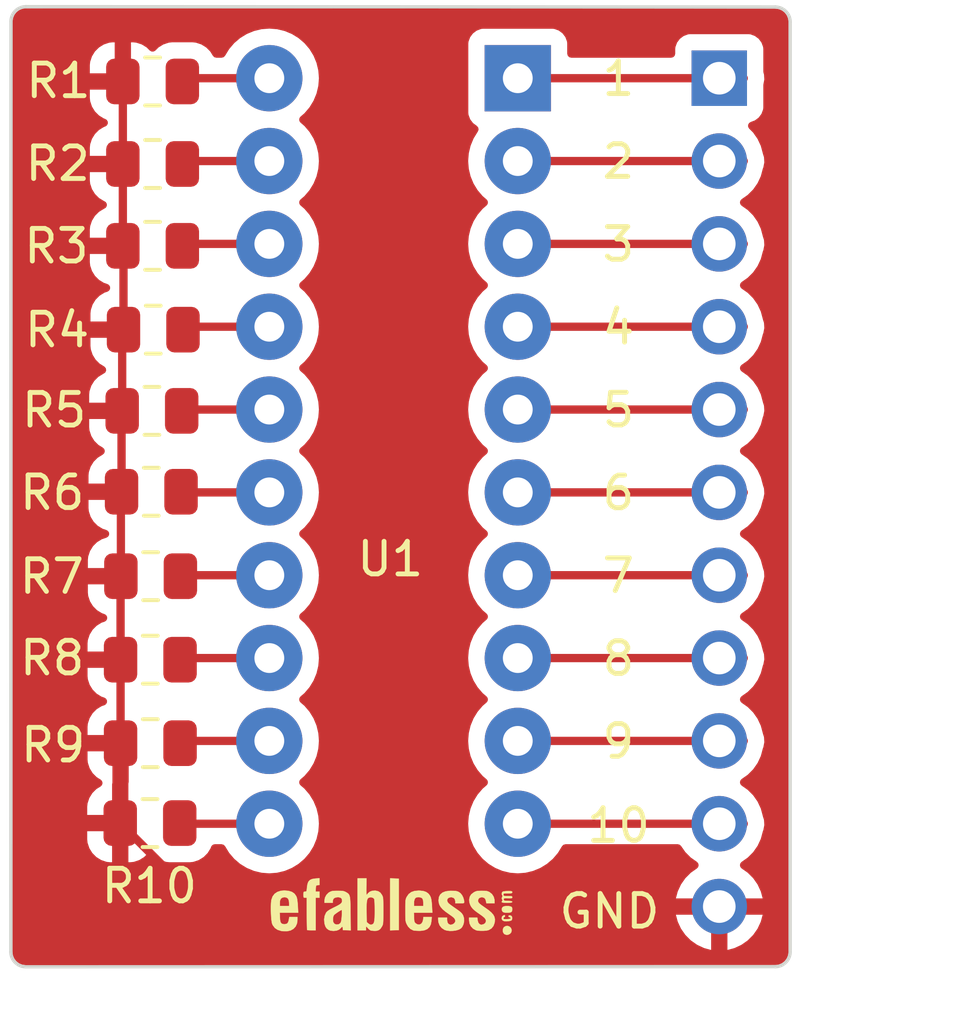
<source format=kicad_pcb>
(kicad_pcb (version 20221018) (generator pcbnew)
  (layers (0 "F.Cu" signal) (31 "B.Cu" signal) (34 "B.Paste" user) (35 "F.Paste" user) (36 "B.SilkS" user "B.Silkscreen") (37 "F.SilkS" user "F.Silkscreen") (38 "B.Mask" user) (39 "F.Mask" user) (44 "Edge.Cuts" user))
  (net 0 "")
  (net 1 "Net-(J1-Pin_1)")
  (net 2 "Net-(J1-Pin_2)")
  (net 3 "Net-(J1-Pin_3)")
  (net 4 "Net-(J1-Pin_4)")
  (net 5 "Net-(J1-Pin_5)")
  (net 6 "Net-(J1-Pin_6)")
  (net 7 "Net-(J1-Pin_7)")
  (net 8 "Net-(J1-Pin_8)")
  (net 9 "Net-(J1-Pin_9)")
  (net 10 "Net-(J1-Pin_10)")
  (net 11 "Net-(BAR1-K-Pad11)")
  (net 12 "Net-(BAR1-K-Pad12)")
  (net 13 "Net-(BAR1-K-Pad13)")
  (net 14 "Net-(BAR1-K-Pad14)")
  (net 15 "Net-(BAR1-K-Pad15)")
  (net 16 "Net-(BAR1-K-Pad16)")
  (net 17 "Net-(BAR1-K-Pad17)")
  (net 18 "Net-(BAR1-K-Pad18)")
  (net 19 "Net-(BAR1-K-Pad19)")
  (net 20 "Net-(BAR1-K-Pad20)")
  (net 21 "GND")
  (footprint "Resistor_SMD:R_0805_2012Metric" (layer "F.Cu") (at 130.32 73.32 180)
    (fp_text reference "R3" (at 2.95 -0.01) (layer "F.SilkS"))
    (fp_text value "51")
    (fp_line (start -0.227064 -0.735) (end 0.227064 -0.735) (stroke (width 0.12)) (layer "F.SilkS"))
    (fp_line (start -0.227064 0.735) (end 0.227064 0.735) (stroke (width 0.12)) (layer "F.SilkS"))
    (pad "1" smd roundrect (at -0.9125 0 180) (size 1.025 1.4) (layers "F.Cu" "F.Paste" "F.Mask") (roundrect_rratio 0.243902439) (net 18 "Net-(BAR1-K-Pad18)"))
    (pad "2" smd roundrect (at 0.9125 0 180) (size 1.025 1.4) (layers "F.Cu" "F.Paste" "F.Mask") (roundrect_rratio 0.243902439) (net 21 "GND"))
  )
  (footprint "Resistor_SMD:R_0805_2012Metric" (layer "F.Cu") (at 130.3 78.38 180)
    (fp_text reference "R5" (at 3 0.02) (layer "F.SilkS"))
    (fp_text value "51")
    (fp_line (start -0.227064 -0.735) (end 0.227064 -0.735) (stroke (width 0.12)) (layer "F.SilkS"))
    (fp_line (start -0.227064 0.735) (end 0.227064 0.735) (stroke (width 0.12)) (layer "F.SilkS"))
    (pad "1" smd roundrect (at -0.9125 0 180) (size 1.025 1.4) (layers "F.Cu" "F.Paste" "F.Mask") (roundrect_rratio 0.243902439) (net 16 "Net-(BAR1-K-Pad16)"))
    (pad "2" smd roundrect (at 0.9125 0 180) (size 1.025 1.4) (layers "F.Cu" "F.Paste" "F.Mask") (roundrect_rratio 0.243902439) (net 21 "GND"))
  )
  (footprint "Caravel_Board:ef_logo" (layer "F.Cu") (at 137.59 93.58)
    (fp_text reference "T1" hide)
    (fp_text value "Logo" hide)
    (fp_poly (pts (xy 0.148167 -0.860079) (xy 0.2794 -0.855133) (xy 0.2794 0.719667) (xy 0.148167 0.724612) (xy 0.016933 0.729558) (xy 0.016933 -0.865024) (xy 0.148167 -0.860079)) (stroke (width 0.01)) (fill solid) (layer "F.SilkS"))
    (fp_poly (pts (xy 3.677537 0.615488) (xy 3.719606 0.656517) (xy 3.741075 0.714237) (xy 3.742266 0.732879) (xy 3.727644 0.790815) (xy 3.689663 0.834609) (xy 3.637149 0.860655) (xy 3.57893 0.865348) (xy 3.523833 0.84508) (xy 3.5052 0.829733) (xy 3.476867 0.77981) (xy 3.471168 0.71869) (xy 3.487739 0.660041) (xy 3.510525 0.629485) (xy 3.564716 0.598278) (xy 3.623147 0.594843) (xy 3.677537 0.615488)) (stroke (width 0.01)) (fill solid) (layer "F.SilkS"))
    (fp_poly (pts (xy 3.653358 -0.014002) (xy 3.712993 -0.001441) (xy 3.715764 -0.000419) (xy 3.745195 0.01689) (xy 3.757379 0.046478) (xy 3.7592 0.080861) (xy 3.754684 0.131338) (xy 3.737119 0.162895) (xy 3.700475 0.179682) (xy 3.638724 0.185846) (xy 3.606038 0.186267) (xy 3.53853 0.183886) (xy 3.495813 0.175446) (xy 3.46906 0.159003) (xy 3.465491 0.1553) (xy 3.440739 0.107369) (xy 3.442207 0.056146) (xy 3.469074 0.014078) (xy 3.475101 0.009427) (xy 3.520449 -0.007996) (xy 3.584522 -0.015996) (xy 3.653358 -0.014002)) (stroke (width 0.01)) (fill solid) (layer "F.SilkS"))
    (fp_poly (pts (xy 3.533243 0.26563) (xy 3.539066 0.288398) (xy 3.528353 0.315559) (xy 3.513666 0.321734) (xy 3.492998 0.335927) (xy 3.488266 0.356374) (xy 3.49104 0.374653) (xy 3.504299 0.38448) (xy 3.535453 0.387777) (xy 3.591911 0.386463) (xy 3.602566 0.386007) (xy 3.666401 0.381401) (xy 3.702296 0.373526) (xy 3.716135 0.360817) (xy 3.716866 0.3556) (xy 3.70242 0.333873) (xy 3.677777 0.324659) (xy 3.647563 0.310647) (xy 3.644524 0.290793) (xy 3.662532 0.270996) (xy 3.696636 0.270526) (xy 3.735188 0.289288) (xy 3.738033 0.291549) (xy 3.755328 0.324204) (xy 3.757636 0.369587) (xy 3.745285 0.410222) (xy 3.735593 0.421846) (xy 3.70323 0.435309) (xy 3.650362 0.445401) (xy 3.590295 0.450681) (xy 3.536337 0.449707) (xy 3.513666 0.445872) (xy 3.46295 0.421724) (xy 3.439966 0.381829) (xy 3.437466 0.3556) (xy 3.44772 0.308492) (xy 3.482545 0.277169) (xy 3.509433 0.265627) (xy 3.533243 0.26563)) (stroke (width 0.01)) (fill solid) (layer "F.SilkS"))
    (fp_poly (pts (xy -2.150534 -0.662546) (xy -2.205567 -0.657239) (xy -2.236594 -0.652701) (xy -2.253538 -0.641023) (xy -2.261428 -0.613614) (xy -2.265295 -0.561882) (xy -2.265679 -0.554566) (xy -2.270757 -0.4572) (xy -2.150534 -0.4572) (xy -2.150534 -0.270933) (xy -2.269067 -0.270933) (xy -2.269067 0.728133) (xy -2.393245 0.728133) (xy -2.455187 0.726693) (xy -2.503178 0.722896) (xy -2.527804 0.717526) (xy -2.528711 0.716845) (xy -2.531601 0.697644) (xy -2.534217 0.64893) (xy -2.536461 0.575055) (xy -2.538236 0.480374) (xy -2.539442 0.369238) (xy -2.539981 0.246001) (xy -2.54 0.217311) (xy -2.54 -0.270933) (xy -2.5908 -0.270933) (xy -2.619842 -0.272497) (xy -2.634958 -0.282746) (xy -2.640695 -0.310016) (xy -2.6416 -0.362642) (xy -2.6416 -0.364067) (xy -2.640682 -0.417321) (xy -2.635048 -0.445041) (xy -2.620375 -0.455557) (xy -2.593285 -0.4572) (xy -2.568863 -0.458488) (xy -2.553761 -0.467031) (xy -2.544777 -0.48985) (xy -2.538709 -0.533965) (xy -2.533978 -0.587234) (xy -2.519027 -0.689052) (xy -2.491124 -0.762589) (xy -2.445905 -0.812323) (xy -2.379008 -0.842734) (xy -2.286068 -0.858299) (xy -2.26853 -0.859708) (xy -2.150534 -0.86815) (xy -2.150534 -0.662546)) (stroke (width 0.01)) (fill solid) (layer "F.SilkS"))
    (fp_poly (pts (xy -3.100907 -0.480537) (xy -2.997443 -0.448671) (xy -2.919169 -0.395057) (xy -2.865363 -0.319281) (xy -2.846853 -0.271107) (xy -2.8369 -0.223496) (xy -2.827332 -0.152673) (xy -2.819413 -0.069285) (xy -2.815351 -0.00562) (xy -2.805901 0.186267) (xy -3.373209 0.186267) (xy -3.367238 0.328434) (xy -3.359989 0.418676) (xy -3.344968 0.480243) (xy -3.318879 0.518032) (xy -3.278426 0.536938) (xy -3.223566 0.541867) (xy -3.166648 0.534023) (xy -3.127899 0.507075) (xy -3.102666 0.455897) (xy -3.089025 0.3937) (xy -3.077538 0.321734) (xy -2.827867 0.321734) (xy -2.828239 0.410634) (xy -2.842932 0.520359) (xy -2.884345 0.611314) (xy -2.949967 0.681829) (xy -3.037288 0.730235) (xy -3.143795 0.754864) (xy -3.266979 0.754047) (xy -3.33034 0.744315) (xy -3.43662 0.710688) (xy -3.518612 0.655166) (xy -3.580103 0.574787) (xy -3.600613 0.533169) (xy -3.612747 0.487492) (xy -3.622972 0.415271) (xy -3.631047 0.323787) (xy -3.636735 0.220322) (xy -3.639797 0.112157) (xy -3.639995 0.006574) (xy -3.63709 -0.089146) (xy -3.635609 -0.107783) (xy -3.369734 -0.107783) (xy -3.369734 -0.016933) (xy -3.081867 -0.016933) (xy -3.081867 -0.107783) (xy -3.09073 -0.191571) (xy -3.118376 -0.248164) (xy -3.166384 -0.279541) (xy -3.2258 -0.287867) (xy -3.292769 -0.276777) (xy -3.338001 -0.242188) (xy -3.363079 -0.182123) (xy -3.369734 -0.107783) (xy -3.635609 -0.107783) (xy -3.630843 -0.167722) (xy -3.624836 -0.206355) (xy -3.58819 -0.309872) (xy -3.526632 -0.391024) (xy -3.441498 -0.448846) (xy -3.334125 -0.482376) (xy -3.230282 -0.491066) (xy -3.100907 -0.480537)) (stroke (width 0.01)) (fill solid) (layer "F.SilkS"))
    (fp_poly (pts (xy 3.696361 -0.473347) (xy 3.734773 -0.469755) (xy 3.753312 -0.46151) (xy 3.758969 -0.446765) (xy 3.7592 -0.440266) (xy 3.756372 -0.423393) (xy 3.743345 -0.41328) (xy 3.713309 -0.408225) (xy 3.65945 -0.406524) (xy 3.623733 -0.4064) (xy 3.556547 -0.405949) (xy 3.516318 -0.403156) (xy 3.496135 -0.395862) (xy 3.489088 -0.381907) (xy 3.488266 -0.364067) (xy 3.48971 -0.343071) (xy 3.498647 -0.330499) (xy 3.521988 -0.324192) (xy 3.566642 -0.32199) (xy 3.623733 -0.321733) (xy 3.691147 -0.321067) (xy 3.731541 -0.31789) (xy 3.751755 -0.310437) (xy 3.758628 -0.296942) (xy 3.7592 -0.286761) (xy 3.756754 -0.26923) (xy 3.74478 -0.259139) (xy 3.716327 -0.254838) (xy 3.664441 -0.254677) (xy 3.627966 -0.25562) (xy 3.562078 -0.257065) (xy 3.523023 -0.255312) (xy 3.503789 -0.248385) (xy 3.497364 -0.234308) (xy 3.496733 -0.218626) (xy 3.498629 -0.198039) (xy 3.508982 -0.185488) (xy 3.534796 -0.178531) (xy 3.583071 -0.174725) (xy 3.627966 -0.172854) (xy 3.69736 -0.16874) (xy 3.738457 -0.161999) (xy 3.7568 -0.151379) (xy 3.7592 -0.143221) (xy 3.752912 -0.131389) (xy 3.730365 -0.123901) (xy 3.686029 -0.119907) (xy 3.614379 -0.11856) (xy 3.598333 -0.118533) (xy 3.520754 -0.11956) (xy 3.471652 -0.123171) (xy 3.445685 -0.130163) (xy 3.437512 -0.141333) (xy 3.437466 -0.142522) (xy 3.448935 -0.168278) (xy 3.456707 -0.172924) (xy 3.465916 -0.187468) (xy 3.452634 -0.216669) (xy 3.438034 -0.250993) (xy 3.447363 -0.282598) (xy 3.451717 -0.289863) (xy 3.464787 -0.324594) (xy 3.45579 -0.34405) (xy 3.438671 -0.381246) (xy 3.443546 -0.423985) (xy 3.468267 -0.455498) (xy 3.47022 -0.456604) (xy 3.50267 -0.46517) (xy 3.557681 -0.471414) (xy 3.623961 -0.474107) (xy 3.631087 -0.474133) (xy 3.696361 -0.473347)) (stroke (width 0.01)) (fill solid) (layer "F.SilkS"))
    (fp_poly (pts (xy 0.94206 -0.486018) (xy 1.041263 -0.472728) (xy 1.1164 -0.447332) (xy 1.176223 -0.406102) (xy 1.208065 -0.372616) (xy 1.238517 -0.329646) (xy 1.261089 -0.279437) (xy 1.277357 -0.215548) (xy 1.288898 -0.131541) (xy 1.297287 -0.020976) (xy 1.298233 -0.004233) (xy 1.308678 0.186267) (xy 0.741591 0.186267) (xy 0.747563 0.331667) (xy 0.751336 0.403454) (xy 0.75717 0.45015) (xy 0.767582 0.480526) (xy 0.785091 0.503354) (xy 0.801044 0.517933) (xy 0.859905 0.551192) (xy 0.917522 0.553661) (xy 0.968404 0.528153) (xy 1.007061 0.477476) (xy 1.028001 0.404442) (xy 1.028335 0.401608) (xy 1.037338 0.321734) (xy 1.29157 0.321734) (xy 1.282693 0.432317) (xy 1.262599 0.541817) (xy 1.221054 0.626456) (xy 1.156716 0.687342) (xy 1.068241 0.725584) (xy 0.954287 0.74229) (xy 0.905933 0.743239) (xy 0.83509 0.741003) (xy 0.772048 0.736086) (xy 0.728871 0.729481) (xy 0.7246 0.72833) (xy 0.638016 0.684879) (xy 0.567103 0.612189) (xy 0.527071 0.5434) (xy 0.511797 0.509502) (xy 0.500505 0.478587) (xy 0.492594 0.444891) (xy 0.487461 0.402648) (xy 0.484503 0.346093) (xy 0.483119 0.269461) (xy 0.482706 0.166987) (xy 0.482677 0.118534) (xy 0.482831 0.004283) (xy 0.483734 -0.081736) (xy 0.48447 -0.102713) (xy 0.745067 -0.102713) (xy 0.745067 -0.016933) (xy 1.032933 -0.016933) (xy 1.032933 -0.118533) (xy 1.026266 -0.197956) (xy 1.004011 -0.24988) (xy 0.96279 -0.278392) (xy 0.899223 -0.287583) (xy 0.893233 -0.287607) (xy 0.844047 -0.284687) (xy 0.808658 -0.277707) (xy 0.802635 -0.274907) (xy 0.768982 -0.233226) (xy 0.749429 -0.165254) (xy 0.745067 -0.102713) (xy 0.48447 -0.102713) (xy 0.485961 -0.145155) (xy 0.490087 -0.19161) (xy 0.496684 -0.226733) (xy 0.506326 -0.256158) (xy 0.519588 -0.28552) (xy 0.524933 -0.296309) (xy 0.584335 -0.382237) (xy 0.664292 -0.442594) (xy 0.765766 -0.477816) (xy 0.889716 -0.488341) (xy 0.94206 -0.486018)) (stroke (width 0.01)) (fill solid) (layer "F.SilkS"))
    (fp_poly (pts (xy 1.973034 -0.480769) (xy 2.041349 -0.473761) (xy 2.093165 -0.4593) (xy 2.137106 -0.435113) (xy 2.17544 -0.404561) (xy 2.222316 -0.34652) (xy 2.259883 -0.268777) (xy 2.282275 -0.185324) (xy 2.286 -0.14086) (xy 2.284163 -0.121375) (xy 2.274057 -0.109705) (xy 2.248784 -0.103854) (xy 2.20145 -0.101821) (xy 2.150533 -0.1016) (xy 2.015067 -0.1016) (xy 2.015067 -0.160867) (xy 2.001518 -0.225215) (xy 1.962482 -0.268062) (xy 1.900372 -0.287097) (xy 1.882224 -0.287866) (xy 1.81862 -0.275279) (xy 1.777387 -0.242248) (xy 1.761325 -0.195869) (xy 1.77323 -0.14324) (xy 1.807633 -0.098702) (xy 1.841794 -0.070539) (xy 1.895431 -0.030177) (xy 1.959779 0.015892) (xy 1.998133 0.042382) (xy 2.082739 0.10092) (xy 2.14403 0.146279) (xy 2.187355 0.183317) (xy 2.218065 0.216891) (xy 2.241508 0.251858) (xy 2.253781 0.274492) (xy 2.279598 0.356984) (xy 2.282383 0.44943) (xy 2.263928 0.541177) (xy 2.226025 0.621567) (xy 2.187912 0.666244) (xy 2.126962 0.702562) (xy 2.043338 0.728511) (xy 1.94689 0.743174) (xy 1.847465 0.745635) (xy 1.754911 0.734977) (xy 1.684867 0.713062) (xy 1.597575 0.655173) (xy 1.534046 0.575548) (xy 1.497656 0.479492) (xy 1.490133 0.406944) (xy 1.490133 0.338667) (xy 1.761067 0.338667) (xy 1.761067 0.414867) (xy 1.772611 0.48664) (xy 1.805798 0.535092) (xy 1.858457 0.557539) (xy 1.877316 0.5588) (xy 1.93182 0.546434) (xy 1.979346 0.514961) (xy 2.009554 0.472819) (xy 2.015067 0.446391) (xy 2.010991 0.408328) (xy 1.995801 0.374053) (xy 1.965047 0.338568) (xy 1.914281 0.296877) (xy 1.839055 0.243983) (xy 1.828624 0.236949) (xy 1.714273 0.155487) (xy 1.628112 0.082456) (xy 1.566924 0.013615) (xy 1.527491 -0.055274) (xy 1.506596 -0.128447) (xy 1.501039 -0.194539) (xy 1.513438 -0.291351) (xy 1.553401 -0.368801) (xy 1.620467 -0.426535) (xy 1.714172 -0.464201) (xy 1.834054 -0.481449) (xy 1.8796 -0.4826) (xy 1.973034 -0.480769)) (stroke (width 0.01)) (fill solid) (layer "F.SilkS"))
    (fp_poly (pts (xy 2.908022 -0.481402) (xy 2.964536 -0.476776) (xy 3.007588 -0.46681) (xy 3.047361 -0.44969) (xy 3.064933 -0.440266) (xy 3.138019 -0.381241) (xy 3.189772 -0.301015) (xy 3.215413 -0.207936) (xy 3.217333 -0.174212) (xy 3.217333 -0.1016) (xy 2.967764 -0.1016) (xy 2.957806 -0.162967) (xy 2.935641 -0.231875) (xy 2.895087 -0.272937) (xy 2.834469 -0.287764) (xy 2.827866 -0.287866) (xy 2.765286 -0.275128) (xy 2.724403 -0.239358) (xy 2.709343 -0.184219) (xy 2.709333 -0.182576) (xy 2.71363 -0.15123) (xy 2.729238 -0.12078) (xy 2.760229 -0.087118) (xy 2.810679 -0.046136) (xy 2.884662 0.006275) (xy 2.921 0.030851) (xy 3.034279 0.111232) (xy 3.118908 0.182803) (xy 3.17751 0.249754) (xy 3.212707 0.316272) (xy 3.227124 0.386547) (xy 3.223382 0.464767) (xy 3.216631 0.502916) (xy 3.181772 0.596018) (xy 3.121899 0.668829) (xy 3.040602 0.717314) (xy 3.019423 0.724548) (xy 2.957779 0.736227) (xy 2.878096 0.742222) (xy 2.792842 0.74254) (xy 2.714481 0.737186) (xy 2.655481 0.726165) (xy 2.650066 0.724382) (xy 2.559855 0.675719) (xy 2.492562 0.603971) (xy 2.451135 0.513405) (xy 2.4384 0.417987) (xy 2.4384 0.338667) (xy 2.687995 0.338667) (xy 2.696986 0.418432) (xy 2.715857 0.488254) (xy 2.751861 0.536559) (xy 2.800747 0.558147) (xy 2.811707 0.5588) (xy 2.872778 0.547226) (xy 2.922456 0.517014) (xy 2.946043 0.483537) (xy 2.955526 0.437324) (xy 2.945024 0.393349) (xy 2.91168 0.347472) (xy 2.852635 0.295553) (xy 2.780524 0.243865) (xy 2.681179 0.174543) (xy 2.606574 0.117011) (xy 2.551861 0.06658) (xy 2.512193 0.018562) (xy 2.482722 -0.031732) (xy 2.472444 -0.054141) (xy 2.446724 -0.131045) (xy 2.441129 -0.203127) (xy 2.442655 -0.224594) (xy 2.461733 -0.307834) (xy 2.504071 -0.373887) (xy 2.574465 -0.42966) (xy 2.5923 -0.44017) (xy 2.632874 -0.460659) (xy 2.672841 -0.473304) (xy 2.72229 -0.479919) (xy 2.791313 -0.482318) (xy 2.827866 -0.482504) (xy 2.908022 -0.481402)) (stroke (width 0.01)) (fill solid) (layer "F.SilkS"))
    (fp_poly (pts (xy -0.714585 -0.609574) (xy -0.715756 -0.521194) (xy -0.71561 -0.446189) (xy -0.714249 -0.390407) (xy -0.711777 -0.359699) (xy -0.710151 -0.355574) (xy -0.694833 -0.367841) (xy -0.66937 -0.398014) (xy -0.664198 -0.404884) (xy -0.607843 -0.454066) (xy -0.530727 -0.482618) (xy -0.440887 -0.487732) (xy -0.430037 -0.486683) (xy -0.347033 -0.466485) (xy -0.284414 -0.42383) (xy -0.234174 -0.353209) (xy -0.233051 -0.351119) (xy -0.220984 -0.327098) (xy -0.211755 -0.302836) (xy -0.204985 -0.273597) (xy -0.200295 -0.234641) (xy -0.197304 -0.181232) (xy -0.195634 -0.108632) (xy -0.194904 -0.012102) (xy -0.194734 0.113095) (xy -0.194734 0.127) (xy -0.194877 0.25535) (xy -0.195555 0.354561) (xy -0.197141 0.429359) (xy -0.200008 0.484472) (xy -0.204529 0.524628) (xy -0.211077 0.554552) (xy -0.220026 0.578973) (xy -0.231748 0.602617) (xy -0.232361 0.603766) (xy -0.280087 0.676662) (xy -0.333438 0.720782) (xy -0.40038 0.741137) (xy -0.45525 0.743993) (xy -0.514981 0.740894) (xy -0.565278 0.734109) (xy -0.585581 0.728661) (xy -0.619385 0.706538) (xy -0.657791 0.670153) (xy -0.664921 0.662001) (xy -0.694792 0.629047) (xy -0.715442 0.610854) (xy -0.718574 0.6096) (xy -0.724896 0.624505) (xy -0.728052 0.661148) (xy -0.728134 0.668867) (xy -0.728134 0.728133) (xy -0.982133 0.728133) (xy -0.982133 0.028695) (xy -0.709123 0.028695) (xy -0.708031 0.162056) (xy -0.707994 0.164283) (xy -0.702734 0.477137) (xy -0.655223 0.517969) (xy -0.609346 0.550132) (xy -0.569265 0.557469) (xy -0.534159 0.548281) (xy -0.508511 0.533578) (xy -0.488919 0.508937) (xy -0.474635 0.470268) (xy -0.464915 0.41348) (xy -0.459012 0.334481) (xy -0.45618 0.22918) (xy -0.455628 0.11762) (xy -0.456716 -0.000519) (xy -0.459595 -0.099313) (xy -0.464057 -0.174738) (xy -0.469894 -0.222766) (xy -0.473991 -0.236801) (xy -0.509565 -0.270322) (xy -0.564251 -0.285355) (xy -0.619183 -0.280633) (xy -0.64953 -0.268121) (xy -0.672702 -0.245162) (xy -0.689474 -0.20788) (xy -0.700618 -0.152395) (xy -0.70691 -0.07483) (xy -0.709123 0.028695) (xy -0.982133 0.028695) (xy -0.982133 -0.8636) (xy -0.709503 -0.8636) (xy -0.714585 -0.609574)) (stroke (width 0.01)) (fill solid) (layer "F.SilkS"))
    (fp_poly (pts (xy -1.508291 -0.481731) (xy -1.449491 -0.478102) (xy -1.406132 -0.47018) (xy -1.369011 -0.456431) (xy -1.337733 -0.440266) (xy -1.302586 -0.419807) (xy -1.274241 -0.399062) (xy -1.251924 -0.374301) (xy -1.234856 -0.341792) (xy -1.22226 -0.297806) (xy -1.213361 -0.238611) (xy -1.20738 -0.160477) (xy -1.203541 -0.059672) (xy -1.201067 0.067534) (xy -1.19918 0.224871) (xy -1.199178 0.225031) (xy -1.1938 0.729463) (xy -1.312333 0.724565) (xy -1.430867 0.719667) (xy -1.436173 0.664633) (xy -1.442784 0.623235) (xy -1.454968 0.61312) (xy -1.477859 0.633182) (xy -1.493425 0.652272) (xy -1.552939 0.706149) (xy -1.630371 0.736366) (xy -1.722126 0.745004) (xy -1.810149 0.736846) (xy -1.874447 0.711945) (xy -1.928955 0.669294) (xy -1.96619 0.614528) (xy -1.991455 0.538691) (xy -1.999279 0.501087) (xy -2.004404 0.427535) (xy -1.739312 0.427535) (xy -1.728921 0.478821) (xy -1.693885 0.528426) (xy -1.641082 0.552761) (xy -1.577816 0.549325) (xy -1.551341 0.53967) (xy -1.51334 0.509311) (xy -1.492555 0.47617) (xy -1.483162 0.43826) (xy -1.474939 0.381809) (xy -1.468354 0.314911) (xy -1.463871 0.245662) (xy -1.461957 0.182158) (xy -1.463078 0.132494) (xy -1.467701 0.104766) (xy -1.470981 0.1016) (xy -1.494241 0.11088) (xy -1.535687 0.134811) (xy -1.586555 0.167534) (xy -1.638084 0.203187) (xy -1.681511 0.235909) (xy -1.708072 0.25984) (xy -1.708738 0.260625) (xy -1.728184 0.302874) (xy -1.73883 0.363423) (xy -1.739312 0.427535) (xy -2.004404 0.427535) (xy -2.007125 0.388503) (xy -1.990042 0.282504) (xy -1.94972 0.191984) (xy -1.937153 0.174048) (xy -1.897979 0.136209) (xy -1.833496 0.093684) (xy -1.740471 0.044409) (xy -1.713324 0.031247) (xy -1.616385 -0.016533) (xy -1.54668 -0.055121) (xy -1.500017 -0.087956) (xy -1.472205 -0.118474) (xy -1.459053 -0.150112) (xy -1.456267 -0.179542) (xy -1.466125 -0.235618) (xy -1.497985 -0.270235) (xy -1.555269 -0.286108) (xy -1.592943 -0.287867) (xy -1.668802 -0.277152) (xy -1.718845 -0.245401) (xy -1.742327 -0.193198) (xy -1.744133 -0.169333) (xy -1.744133 -0.118533) (xy -1.998133 -0.118533) (xy -1.998133 -0.182679) (xy -1.982301 -0.272559) (xy -1.938832 -0.355799) (xy -1.873766 -0.422187) (xy -1.845733 -0.440266) (xy -1.806994 -0.459761) (xy -1.769353 -0.472206) (xy -1.723609 -0.479135) (xy -1.66056 -0.48208) (xy -1.591733 -0.4826) (xy -1.508291 -0.481731)) (stroke (width 0.01)) (fill solid) (layer "F.SilkS"))
  )
  (footprint "Resistor_SMD:R_0805_2012Metric" (layer "F.Cu") (at 130.26 83.45 180)
    (fp_text reference "R7" (at 3.03 -0.01) (layer "F.SilkS"))
    (fp_text value "51")
    (fp_line (start -0.227064 -0.735) (end 0.227064 -0.735) (stroke (width 0.12)) (layer "F.SilkS"))
    (fp_line (start -0.227064 0.735) (end 0.227064 0.735) (stroke (width 0.12)) (layer "F.SilkS"))
    (pad "1" smd roundrect (at -0.9125 0 180) (size 1.025 1.4) (layers "F.Cu" "F.Paste" "F.Mask") (roundrect_rratio 0.243902439) (net 14 "Net-(BAR1-K-Pad14)"))
    (pad "2" smd roundrect (at 0.9125 0 180) (size 1.025 1.4) (layers "F.Cu" "F.Paste" "F.Mask") (roundrect_rratio 0.243902439) (net 21 "GND"))
  )
  (footprint "Resistor_SMD:R_0805_2012Metric" (layer "F.Cu") (at 130.32 70.81 180)
    (fp_text reference "R2" (at 2.91 0.01) (layer "F.SilkS"))
    (fp_text value "51")
    (fp_line (start -0.227064 -0.735) (end 0.227064 -0.735) (stroke (width 0.12)) (layer "F.SilkS"))
    (fp_line (start -0.227064 0.735) (end 0.227064 0.735) (stroke (width 0.12)) (layer "F.SilkS"))
    (pad "1" smd roundrect (at -0.9125 0 180) (size 1.025 1.4) (layers "F.Cu" "F.Paste" "F.Mask") (roundrect_rratio 0.243902439) (net 19 "Net-(BAR1-K-Pad19)"))
    (pad "2" smd roundrect (at 0.9125 0 180) (size 1.025 1.4) (layers "F.Cu" "F.Paste" "F.Mask") (roundrect_rratio 0.243902439) (net 21 "GND"))
  )
  (footprint "Resistor_SMD:R_0805_2012Metric" (layer "F.Cu") (at 130.32 68.28 180)
    (fp_text reference "R1" (at 2.89 0.02) (layer "F.SilkS"))
    (fp_text value "51")
    (fp_line (start -0.227064 -0.735) (end 0.227064 -0.735) (stroke (width 0.12)) (layer "F.SilkS"))
    (fp_line (start -0.227064 0.735) (end 0.227064 0.735) (stroke (width 0.12)) (layer "F.SilkS"))
    (pad "1" smd roundrect (at -0.9125 0 180) (size 1.025 1.4) (layers "F.Cu" "F.Paste" "F.Mask") (roundrect_rratio 0.243902439) (net 20 "Net-(BAR1-K-Pad20)"))
    (pad "2" smd roundrect (at 0.9125 0 180) (size 1.025 1.4) (layers "F.Cu" "F.Paste" "F.Mask") (roundrect_rratio 0.243902439) (net 21 "GND"))
  )
  (footprint "Resistor_SMD:R_0805_2012Metric" (layer "F.Cu") (at 130.25 88.57 180)
    (fp_text reference "R9" (at 2.98 -0.06) (layer "F.SilkS"))
    (fp_text value "51")
    (fp_line (start -0.227064 -0.735) (end 0.227064 -0.735) (stroke (width 0.12)) (layer "F.SilkS"))
    (fp_line (start -0.227064 0.735) (end 0.227064 0.735) (stroke (width 0.12)) (layer "F.SilkS"))
    (pad "1" smd roundrect (at -0.9125 0 180) (size 1.025 1.4) (layers "F.Cu" "F.Paste" "F.Mask") (roundrect_rratio 0.243902439) (net 12 "Net-(BAR1-K-Pad12)"))
    (pad "2" smd roundrect (at 0.9125 0 180) (size 1.025 1.4) (layers "F.Cu" "F.Paste" "F.Mask") (roundrect_rratio 0.243902439) (net 21 "GND"))
  )
  (footprint "Resistor_SMD:R_0805_2012Metric" (layer "F.Cu") (at 130.24 91.02 180)
    (fp_text reference "R10" (at 0.02 -1.93) (layer "F.SilkS"))
    (fp_text value "51")
    (fp_line (start -0.227064 -0.735) (end 0.227064 -0.735) (stroke (width 0.12)) (layer "F.SilkS"))
    (fp_line (start -0.227064 0.735) (end 0.227064 0.735) (stroke (width 0.12)) (layer "F.SilkS"))
    (pad "1" smd roundrect (at -0.9125 0 180) (size 1.025 1.4) (layers "F.Cu" "F.Paste" "F.Mask") (roundrect_rratio 0.243902439) (net 11 "Net-(BAR1-K-Pad11)"))
    (pad "2" smd roundrect (at 0.9125 0 180) (size 1.025 1.4) (layers "F.Cu" "F.Paste" "F.Mask") (roundrect_rratio 0.243902439) (net 21 "GND"))
  )
  (footprint "Resistor_SMD:R_0805_2012Metric" (layer "F.Cu") (at 130.34 75.89 180)
    (fp_text reference "R4" (at 2.95 -0.01) (layer "F.SilkS"))
    (fp_text value "51")
    (fp_line (start -0.227064 -0.735) (end 0.227064 -0.735) (stroke (width 0.12)) (layer "F.SilkS"))
    (fp_line (start -0.227064 0.735) (end 0.227064 0.735) (stroke (width 0.12)) (layer "F.SilkS"))
    (pad "1" smd roundrect (at -0.9125 0 180) (size 1.025 1.4) (layers "F.Cu" "F.Paste" "F.Mask") (roundrect_rratio 0.243902439) (net 17 "Net-(BAR1-K-Pad17)"))
    (pad "2" smd roundrect (at 0.9125 0 180) (size 1.025 1.4) (layers "F.Cu" "F.Paste" "F.Mask") (roundrect_rratio 0.243902439) (net 21 "GND"))
  )
  (footprint "Resistor_SMD:R_0805_2012Metric" (layer "F.Cu") (at 130.25 86.01 180)
    (fp_text reference "R8" (at 3.01 0.05) (layer "F.SilkS"))
    (fp_text value "51")
    (fp_line (start -0.227064 -0.735) (end 0.227064 -0.735) (stroke (width 0.12)) (layer "F.SilkS"))
    (fp_line (start -0.227064 0.735) (end 0.227064 0.735) (stroke (width 0.12)) (layer "F.SilkS"))
    (pad "1" smd roundrect (at -0.9125 0 180) (size 1.025 1.4) (layers "F.Cu" "F.Paste" "F.Mask") (roundrect_rratio 0.243902439) (net 13 "Net-(BAR1-K-Pad13)"))
    (pad "2" smd roundrect (at 0.9125 0 180) (size 1.025 1.4) (layers "F.Cu" "F.Paste" "F.Mask") (roundrect_rratio 0.243902439) (net 21 "GND"))
  )
  (footprint "Resistor_SMD:R_0805_2012Metric" (layer "F.Cu") (at 130.28 80.86 180)
    (fp_text reference "R6" (at 3.04 -0.03) (layer "F.SilkS"))
    (fp_text value "51")
    (fp_line (start -0.227064 -0.735) (end 0.227064 -0.735) (stroke (width 0.12)) (layer "F.SilkS"))
    (fp_line (start -0.227064 0.735) (end 0.227064 0.735) (stroke (width 0.12)) (layer "F.SilkS"))
    (pad "1" smd roundrect (at -0.9125 0 180) (size 1.025 1.4) (layers "F.Cu" "F.Paste" "F.Mask") (roundrect_rratio 0.243902439) (net 15 "Net-(BAR1-K-Pad15)"))
    (pad "2" smd roundrect (at 0.9125 0 180) (size 1.025 1.4) (layers "F.Cu" "F.Paste" "F.Mask") (roundrect_rratio 0.243902439) (net 21 "GND"))
  )
  (footprint "Connector_PinSocket_2.54mm:PinSocket_1x11_P2.54mm_Vertical" (layer "B.Cu") (at 147.7 68.18 180)
    (fp_text reference "J1" hide)
    (fp_text value "Conn_01x11_Socket")
    (pad "1" thru_hole rect (at 0 0 180) (size 1.7 1.7) (drill 1) (layers "*.Cu" "*.Mask") (net 1 "Net-(J1-Pin_1)"))
    (pad "2" thru_hole oval (at 0 -2.54 180) (size 1.7 1.7) (drill 1) (layers "*.Cu" "*.Mask") (net 2 "Net-(J1-Pin_2)"))
    (pad "3" thru_hole oval (at 0 -5.08 180) (size 1.7 1.7) (drill 1) (layers "*.Cu" "*.Mask") (net 3 "Net-(J1-Pin_3)"))
    (pad "4" thru_hole oval (at 0 -7.62 180) (size 1.7 1.7) (drill 1) (layers "*.Cu" "*.Mask") (net 4 "Net-(J1-Pin_4)"))
    (pad "5" thru_hole oval (at 0 -10.16 180) (size 1.7 1.7) (drill 1) (layers "*.Cu" "*.Mask") (net 5 "Net-(J1-Pin_5)"))
    (pad "6" thru_hole oval (at 0 -12.7 180) (size 1.7 1.7) (drill 1) (layers "*.Cu" "*.Mask") (net 6 "Net-(J1-Pin_6)"))
    (pad "7" thru_hole oval (at 0 -15.24 180) (size 1.7 1.7) (drill 1) (layers "*.Cu" "*.Mask") (net 7 "Net-(J1-Pin_7)"))
    (pad "8" thru_hole oval (at 0 -17.78 180) (size 1.7 1.7) (drill 1) (layers "*.Cu" "*.Mask") (net 8 "Net-(J1-Pin_8)"))
    (pad "9" thru_hole oval (at 0 -20.32 180) (size 1.7 1.7) (drill 1) (layers "*.Cu" "*.Mask") (net 9 "Net-(J1-Pin_9)"))
    (pad "10" thru_hole oval (at 0 -22.86 180) (size 1.7 1.7) (drill 1) (layers "*.Cu" "*.Mask") (net 10 "Net-(J1-Pin_10)"))
    (pad "11" thru_hole oval (at 0 -25.4 180) (size 1.7 1.7) (drill 1) (layers "*.Cu" "*.Mask") (net 21 "GND"))
  )
  (footprint "Display:HDSP-4830" (layer "B.Cu") (at 141.52 68.18 180)
    (fp_text reference "BAR1" hide)
    (fp_text value "HDSP-4830_2")
    (pad "1" thru_hole rect (at 0 0 270) (size 2.032 2.032) (drill 0.9144) (layers "*.Cu" "*.Mask") (net 1 "Net-(J1-Pin_1)"))
    (pad "2" thru_hole circle (at 0 -2.54 270) (size 2.032 2.032) (drill 0.9144) (layers "*.Cu" "*.Mask") (net 2 "Net-(J1-Pin_2)"))
    (pad "3" thru_hole circle (at 0 -5.08 270) (size 2.032 2.032) (drill 0.9144) (layers "*.Cu" "*.Mask") (net 3 "Net-(J1-Pin_3)"))
    (pad "4" thru_hole circle (at 0 -7.62 270) (size 2.032 2.032) (drill 0.9144) (layers "*.Cu" "*.Mask") (net 4 "Net-(J1-Pin_4)"))
    (pad "5" thru_hole circle (at 0 -10.16 270) (size 2.032 2.032) (drill 0.9144) (layers "*.Cu" "*.Mask") (net 5 "Net-(J1-Pin_5)"))
    (pad "6" thru_hole circle (at 0 -12.7 270) (size 2.032 2.032) (drill 0.9144) (layers "*.Cu" "*.Mask") (net 6 "Net-(J1-Pin_6)"))
    (pad "7" thru_hole circle (at 0 -15.24 270) (size 2.032 2.032) (drill 0.9144) (layers "*.Cu" "*.Mask") (net 7 "Net-(J1-Pin_7)"))
    (pad "8" thru_hole circle (at 0 -17.78 270) (size 2.032 2.032) (drill 0.9144) (layers "*.Cu" "*.Mask") (net 8 "Net-(J1-Pin_8)"))
    (pad "9" thru_hole circle (at 0 -20.32 270) (size 2.032 2.032) (drill 0.9144) (layers "*.Cu" "*.Mask") (net 9 "Net-(J1-Pin_9)"))
    (pad "10" thru_hole circle (at 0 -22.86 270) (size 2.032 2.032) (drill 0.9144) (layers "*.Cu" "*.Mask") (net 10 "Net-(J1-Pin_10)"))
    (pad "11" thru_hole circle (at 7.62 -22.86 270) (size 2.032 2.032) (drill 0.9144) (layers "*.Cu" "*.Mask") (net 11 "Net-(BAR1-K-Pad11)"))
    (pad "12" thru_hole circle (at 7.62 -20.32 270) (size 2.032 2.032) (drill 0.9144) (layers "*.Cu" "*.Mask") (net 12 "Net-(BAR1-K-Pad12)"))
    (pad "13" thru_hole circle (at 7.62 -17.78 270) (size 2.032 2.032) (drill 0.9144) (layers "*.Cu" "*.Mask") (net 13 "Net-(BAR1-K-Pad13)"))
    (pad "14" thru_hole circle (at 7.62 -15.24 270) (size 2.032 2.032) (drill 0.9144) (layers "*.Cu" "*.Mask") (net 14 "Net-(BAR1-K-Pad14)"))
    (pad "15" thru_hole circle (at 7.62 -12.7 270) (size 2.032 2.032) (drill 0.9144) (layers "*.Cu" "*.Mask") (net 15 "Net-(BAR1-K-Pad15)"))
    (pad "16" thru_hole circle (at 7.62 -10.16 270) (size 2.032 2.032) (drill 0.9144) (layers "*.Cu" "*.Mask") (net 16 "Net-(BAR1-K-Pad16)"))
    (pad "17" thru_hole circle (at 7.62 -7.62 270) (size 2.032 2.032) (drill 0.9144) (layers "*.Cu" "*.Mask") (net 17 "Net-(BAR1-K-Pad17)"))
    (pad "18" thru_hole circle (at 7.62 -5.08 270) (size 2.032 2.032) (drill 0.9144) (layers "*.Cu" "*.Mask") (net 18 "Net-(BAR1-K-Pad18)"))
    (pad "19" thru_hole circle (at 7.62 -2.54 270) (size 2.032 2.032) (drill 0.9144) (layers "*.Cu" "*.Mask") (net 19 "Net-(BAR1-K-Pad19)"))
    (pad "20" thru_hole circle (at 7.62 0 270) (size 2.032 2.032) (drill 0.9144) (layers "*.Cu" "*.Mask") (net 20 "Net-(BAR1-K-Pad20)"))
  )
  (gr_line (start 149.873916 94.96672) (end 149.873916 66.453292) (stroke (width 0.1)) (layer "Edge.Cuts"))
  (gr_line (start 149.41892 95.422814) (end 126.429404 95.426094) (stroke (width 0.1)) (layer "Edge.Cuts"))
  (gr_arc (start 125.976104 66.443294) (mid 126.11001 66.12001) (end 126.43329 65.986094) (stroke (width 0.1)) (layer "Edge.Cuts"))
  (gr_arc (start 126.429404 95.426094) (mid 126.106115 95.292183) (end 125.972204 94.968894) (stroke (width 0.1)) (layer "Edge.Cuts"))
  (gr_arc (start 149.416716 65.996092) (mid 149.74001 66.130002) (end 149.873916 66.453292) (stroke (width 0.1)) (layer "Edge.Cuts"))
  (gr_line (start 125.972204 94.968894) (end 125.97609 66.443294) (stroke (width 0.1)) (layer "Edge.Cuts"))
  (gr_line (start 126.43329 65.986094) (end 149.416716 65.996092) (stroke (width 0.1)) (layer "Edge.Cuts"))
  (gr_arc (start 149.873916 94.96672) (mid 149.74 95.29) (end 149.416716 95.42392) (stroke (width 0.1)) (layer "Edge.Cuts"))
  (gr_text "3" (at 144.03 73.86) (layer "F.SilkS") (effects (font (size 1 1)) (justify left bottom)))
  (gr_text "8" (at 144.03 86.56) (layer "F.SilkS") (effects (font (size 1 1)) (justify left bottom)))
  (gr_text "U1" (at 136.51 83.51) (layer "F.SilkS") (effects (font (size 1 1)) (justify left bottom)))
  (gr_text "GND" (at 142.71 94.31) (layer "F.SilkS") (effects (font (size 1 1)) (justify left bottom)))
  (gr_text "2" (at 144.03 71.32) (layer "F.SilkS") (effects (font (size 1 1)) (justify left bottom)))
  (gr_text "4" (at 144.03 76.4) (layer "F.SilkS") (effects (font (size 1 1)) (justify left bottom)))
  (gr_text "1" (at 144.03 68.78) (layer "F.SilkS") (effects (font (size 1 1)) (justify left bottom)))
  (gr_text "10" (at 143.56 91.68) (layer "F.SilkS") (effects (font (size 1 1)) (justify left bottom)))
  (gr_text "9" (at 144.03 89.1) (layer "F.SilkS") (effects (font (size 1 1)) (justify left bottom)))
  (gr_text "7" (at 144.03 84.02) (layer "F.SilkS") (effects (font (size 1 1)) (justify left bottom)))
  (gr_text "6" (at 144.03 81.48) (layer "F.SilkS") (effects (font (size 1 1)) (justify left bottom)))
  (gr_text "5" (at 144.03 78.94) (layer "F.SilkS") (effects (font (size 1 1)) (justify left bottom)))
  (segment (start 148.45 68.18) (end 141.52 68.18) (width 0.254) (layer "F.Cu") (net 1))
  (segment (start 141.52 70.72) (end 148.45 70.72) (width 0.254) (layer "F.Cu") (net 2))
  (segment (start 148.45 73.26) (end 141.52 73.26) (width 0.254) (layer "F.Cu") (net 3))
  (segment (start 141.52 75.8) (end 148.45 75.8) (width 0.254) (layer "F.Cu") (net 4))
  (segment (start 148.45 78.34) (end 141.52 78.34) (width 0.254) (layer "F.Cu") (net 5))
  (segment (start 148.45 80.88) (end 141.52 80.88) (width 0.254) (layer "F.Cu") (net 6))
  (segment (start 141.52 83.42) (end 148.45 83.42) (width 0.254) (layer "F.Cu") (net 7))
  (segment (start 148.45 85.96) (end 141.52 85.96) (width 0.254) (layer "F.Cu") (net 8))
  (segment (start 141.52 88.5) (end 148.45 88.5) (width 0.254) (layer "F.Cu") (net 9))
  (segment (start 141.52 91.04) (end 148.45 91.04) (width 0.254) (layer "F.Cu") (net 10))
  (segment (start 133.9 91.04) (end 131.1725 91.04) (width 0.254) (layer "F.Cu") (net 11))
  (segment (start 133.9 88.5) (end 131.2325 88.5) (width 0.254) (layer "F.Cu") (net 12))
  (segment (start 133.9 85.96) (end 131.2125 85.96) (width 0.254) (layer "F.Cu") (net 13))
  (segment (start 133.9 83.42) (end 131.2025 83.42) (width 0.254) (layer "F.Cu") (net 14))
  (segment (start 133.9 80.88) (end 131.2125 80.88) (width 0.254) (layer "F.Cu") (net 15))
  (segment (start 133.9 78.34) (end 131.2525 78.34) (width 0.254) (layer "F.Cu") (net 16))
  (segment (start 133.9 75.8) (end 131.3425 75.8) (width 0.254) (layer "F.Cu") (net 17))
  (segment (start 133.9 73.26) (end 131.2925 73.26) (width 0.254) (layer "F.Cu") (net 18))
  (segment (start 133.9 70.72) (end 131.3225 70.72) (width 0.254) (layer "F.Cu") (net 19))
  (segment (start 131.3325 68.18) (end 133.9 68.18) (width 0.254) (layer "F.Cu") (net 20))
  (segment (start 129.3875 78.38) (end 129.3875 75.93) (width 0.254) (layer "F.Cu") (net 21))
  (segment (start 129.3675 80.86) (end 129.3675 78.4) (width 0.254) (layer "F.Cu") (net 21))
  (segment (start 129.3375 88.57) (end 129.3375 86.01) (width 0.254) (layer "F.Cu") (net 21))
  (segment (start 129.3275 91.02) (end 131.8875 93.58) (width 0.254) (layer "F.Cu") (net 21))
  (segment (start 129.3375 83.46) (end 129.3475 83.45) (width 0.254) (layer "F.Cu") (net 21))
  (segment (start 129.4075 70.81) (end 129.4075 68.28) (width 0.254) (layer "F.Cu") (net 21))
  (segment (start 129.3275 88.58) (end 129.3375 88.57) (width 0.254) (layer "F.Cu") (net 21))
  (segment (start 129.3875 75.93) (end 129.4275 75.89) (width 0.254) (layer "F.Cu") (net 21))
  (segment (start 129.4075 68.3675) (end 129.35 68.31) (width 0.254) (layer "F.Cu") (net 21))
  (segment (start 129.4075 73.32) (end 129.4075 70.81) (width 0.254) (layer "F.Cu") (net 21))
  (segment (start 129.3675 78.4) (end 129.3875 78.38) (width 0.254) (layer "F.Cu") (net 21))
  (segment (start 129.4275 75.89) (end 129.4275 73.34) (width 0.254) (layer "F.Cu") (net 21))
  (segment (start 129.3475 83.45) (end 129.3475 80.88) (width 0.254) (layer "F.Cu") (net 21))
  (segment (start 129.4275 73.34) (end 129.4075 73.32) (width 0.254) (layer "F.Cu") (net 21))
  (segment (start 129.3475 80.88) (end 129.3675 80.86) (width 0.254) (layer "F.Cu") (net 21))
  (segment (start 129.3275 91.02) (end 129.3275 88.58) (width 0.254) (layer "F.Cu") (net 21))
  (segment (start 131.8875 93.58) (end 148.45 93.58) (width 0.254) (layer "F.Cu") (net 21))
  (segment (start 129.35 90.97) (end 129.4075 90.9125) (width 0.254) (layer "F.Cu") (net 21))
  (segment (start 129.3375 86.01) (end 129.3375 83.46) (width 0.254) (layer "F.Cu") (net 21))
  (zone (net 21) (net_name "GND") (layer "F.Cu") (connect_pads (clearance 0.5)) (min_thickness 0.25) (fill yes (thermal_gap 0.5) (thermal_bridge_width 0.5))
    (polygon (pts (xy 125.64 66.04) (xy 150.37 66.02) (xy 150.04 95.48) (xy 125.82 95.57)))
  )
)
</source>
